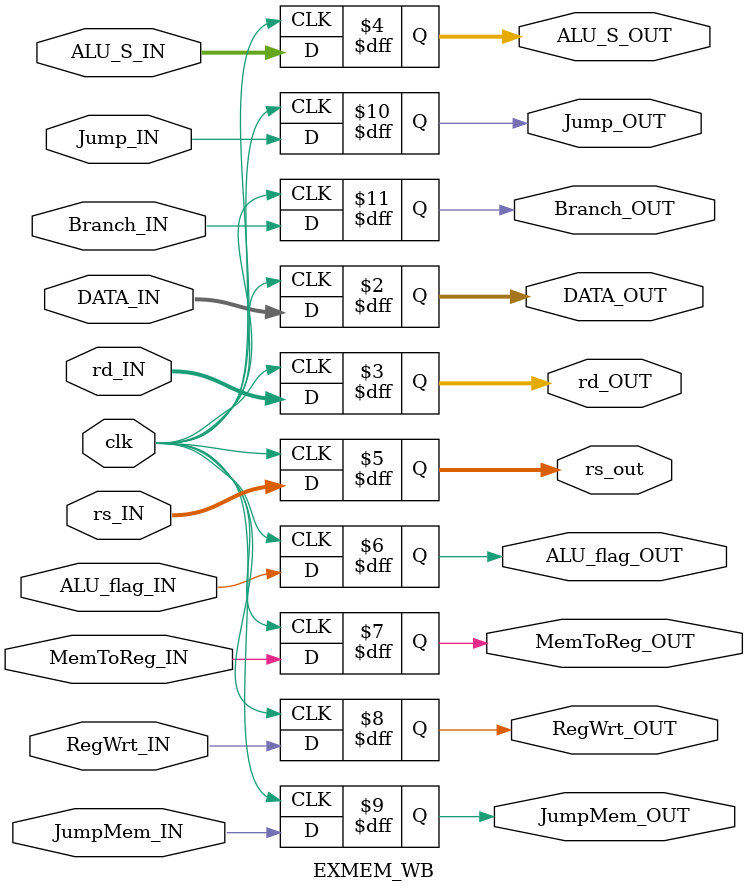
<source format=v>
`timescale 1ns / 1ps


module EXMEM_WB(
        DATA_IN, ALU_S_IN, rs_IN, ALU_flag_IN,rd_IN,MemToReg_IN, RegWrt_IN, JumpMem_IN, Jump_IN, Branch_IN, 
        DATA_OUT, ALU_S_OUT,rs_out, ALU_flag_OUT,rd_OUT,MemToReg_OUT, RegWrt_OUT, JumpMem_OUT, Jump_OUT, Branch_OUT, clk
    );
    
    input clk;
    
    input [31:0] DATA_IN;
    input [5:0] rd_IN;
    input [31:0] ALU_S_IN,rs_IN;
    input ALU_flag_IN;
    input MemToReg_IN, RegWrt_IN, JumpMem_IN, Jump_IN, Branch_IN;
    
    output reg [31:0] DATA_OUT;
    output reg [5:0] rd_OUT;
    output reg [31:0] ALU_S_OUT,rs_out;
    output reg ALU_flag_OUT;
    output reg MemToReg_OUT, RegWrt_OUT, JumpMem_OUT, Jump_OUT, Branch_OUT;
    
    always@(posedge clk)
    begin
        DATA_OUT = DATA_IN;
        ALU_S_OUT = ALU_S_IN;
        rs_out = rs_IN;
        rd_OUT = rd_IN;
        ALU_flag_OUT = ALU_flag_IN;
        MemToReg_OUT = MemToReg_IN;
        RegWrt_OUT = RegWrt_IN;
        JumpMem_OUT = JumpMem_IN;
        Jump_OUT = Jump_IN;
        Branch_OUT = Branch_IN;
    end
endmodule

</source>
